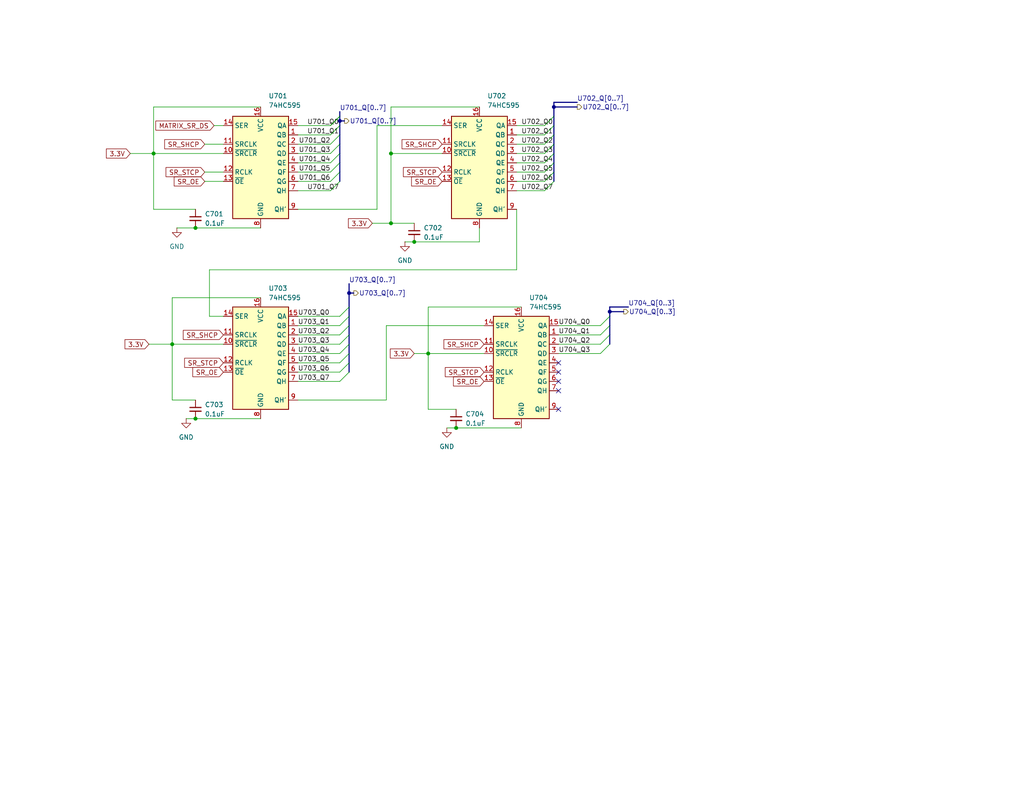
<source format=kicad_sch>
(kicad_sch (version 20250114) (generator "eeschema") (generator_version "9.0")
  (paper "USLetter")
  (title_block (title "ESP332 Guitar Patch Bay") (date "2025-05-27") (rev "1"))
  (lib_symbols
    (symbol "74xx:74HC595"
      (property "Reference" "U" (at -7.62 13.97 0))
      (property "Value" "74HC595" (at -7.62 -16.51 0))
      (symbol "74HC595_1_0"
        (pin input line (at -10.16 10.16 0) (length 2.54) (name "SER") (number "14"))
        (pin input line (at -10.16 5.08 0) (length 2.54) (name "SRCLK") (number "11"))
        (pin input line (at -10.16 2.54 0) (length 2.54) (name "~{SRCLR}") (number "10"))
        (pin input line (at -10.16 -2.54 0) (length 2.54) (name "RCLK") (number "12"))
        (pin input line (at -10.16 -5.08 0) (length 2.54) (name "~{OE}") (number "13"))
        (pin power_in line (at 0 15.24 270) (length 2.54) (name "VCC") (number "16"))
        (pin power_in line (at 0 -17.78 90) (length 2.54) (name "GND") (number "8"))
        (pin tri_state line (at 10.16 10.16 180) (length 2.54) (name "QA") (number "15"))
        (pin tri_state line (at 10.16 7.62 180) (length 2.54) (name "QB") (number "1"))
        (pin tri_state line (at 10.16 5.08 180) (length 2.54) (name "QC") (number "2"))
        (pin tri_state line (at 10.16 2.54 180) (length 2.54) (name "QD") (number "3"))
        (pin tri_state line (at 10.16 0 180) (length 2.54) (name "QE") (number "4"))
        (pin tri_state line (at 10.16 -2.54 180) (length 2.54) (name "QF") (number "5"))
        (pin tri_state line (at 10.16 -5.08 180) (length 2.54) (name "QG") (number "6"))
        (pin tri_state line (at 10.16 -7.62 180) (length 2.54) (name "QH") (number "7"))
        (pin output line (at 10.16 -12.7 180) (length 2.54) (name "QH'") (number "9"))
      )
      (symbol "74HC595_1_1"
        (rectangle (start -7.62 12.7) (end 7.62 -15.24) (stroke (width 0.254)) (fill (type background)))
      )
    )
    (symbol "Device:C_Small" (pin_numbers (hide yes)) (pin_names (offset 0.254) (hide yes))
      (property "Reference" "C" (at 0.254 1.778 0))
      (property "Value" "C_Small" (at 0.254 -2.032 0))
      (symbol "C_Small_0_1"
        (polyline (pts (xy -1.524 0.508) (xy 1.524 0.508)) (stroke (width 0.3048)))
        (polyline (pts (xy -1.524 -0.508) (xy 1.524 -0.508)) (stroke (width 0.3302)))
      )
      (symbol "C_Small_1_1"
        (pin passive line (at 0 2.54 270) (length 2.032) (name "~") (number "1"))
        (pin passive line (at 0 -2.54 90) (length 2.032) (name "~") (number "2"))
      )
    )
    (symbol "GND_1" (power) (pin_numbers (hide yes)) (pin_names (offset 0) (hide yes))
      (property "Value" "GND" (at 0 -3.81 0))
      (symbol "GND_1_0_1"
        (polyline (pts (xy 0 0) (xy 0 -1.27) (xy 1.27 -1.27) (xy 0 -2.54) (xy -1.27 -1.27) (xy 0 -1.27)))
      )
      (symbol "GND_1_1_1"
        (pin power_in line (at 0 0 270) (length 0) (name "~") (number "1"))
      )
    )
  )
  (junction (at 151.13 29.21))
  (junction (at 92.71 33.02))
  (junction (at 53.34 114.3))
  (junction (at 124.46 116.84))
  (junction (at 166.37 85.09))
  (junction (at 113.03 66.04))
  (junction (at 41.91 41.91))
  (junction (at 106.68 41.91))
  (junction (at 106.68 60.96))
  (junction (at 95.25 80.01))
  (junction (at 116.84 96.52))
  (junction (at 46.99 93.98))
  (junction (at 53.34 62.23))
  (no_connect (at 152.4 106.68))
  (no_connect (at 152.4 99.06))
  (no_connect (at 152.4 104.14))
  (no_connect (at 152.4 101.6))
  (no_connect (at 152.4 111.76))
  (bus_entry (at 90.17 46.99) (size 2.54 -2.54))
  (bus_entry (at 90.17 49.53) (size 2.54 -2.54))
  (bus_entry (at 151.13 34.29) (size -2.54 2.54))
  (bus_entry (at 95.25 99.06) (size -2.54 2.54))
  (bus_entry (at 90.17 34.29) (size 2.54 -2.54))
  (bus_entry (at 92.71 49.53) (size -2.54 2.54))
  (bus_entry (at 90.17 44.45) (size 2.54 -2.54))
  (bus_entry (at 151.13 49.53) (size -2.54 2.54))
  (bus_entry (at 95.25 91.44) (size -2.54 2.54))
  (bus_entry (at 166.37 88.9) (size -2.54 2.54))
  (bus_entry (at 151.13 46.99) (size -2.54 2.54))
  (bus_entry (at 151.13 31.75) (size -2.54 2.54))
  (bus_entry (at 166.37 91.44) (size -2.54 2.54))
  (bus_entry (at 95.25 83.82) (size -2.54 2.54))
  (bus_entry (at 95.25 86.36) (size -2.54 2.54))
  (bus_entry (at 92.71 34.29) (size -2.54 2.54))
  (bus_entry (at 151.13 41.91) (size -2.54 2.54))
  (bus_entry (at 95.25 88.9) (size -2.54 2.54))
  (bus_entry (at 151.13 39.37) (size -2.54 2.54))
  (bus_entry (at 95.25 101.6) (size -2.54 2.54))
  (bus_entry (at 166.37 93.98) (size -2.54 2.54))
  (bus_entry (at 92.71 31.75) (size -2.54 2.54))
  (bus_entry (at 151.13 44.45) (size -2.54 2.54))
  (bus_entry (at 95.25 93.98) (size -2.54 2.54))
  (bus_entry (at 151.13 36.83) (size -2.54 2.54))
  (bus_entry (at 90.17 39.37) (size 2.54 -2.54))
  (bus_entry (at 166.37 86.36) (size -2.54 2.54))
  (bus_entry (at 95.25 96.52) (size -2.54 2.54))
  (bus_entry (at 90.17 41.91) (size 2.54 -2.54))
  (wire (pts (xy 41.91 41.91) (xy 41.91 57.15)))
  (wire (pts (xy 81.28 49.53) (xy 90.17 49.53)))
  (wire (pts (xy 81.28 57.15) (xy 102.87 57.15)))
  (wire (pts (xy 46.99 93.98) (xy 46.99 109.22)))
  (bus (pts (xy 95.25 83.82) (xy 95.25 80.01)))
  (wire (pts (xy 105.41 88.9) (xy 132.08 88.9)))
  (wire (pts (xy 152.4 88.9) (xy 163.83 88.9)))
  (bus (pts (xy 92.71 33.02) (xy 92.71 34.29)))
  (wire (pts (xy 81.28 99.06) (xy 92.71 99.06)))
  (bus (pts (xy 92.71 46.99) (xy 92.71 49.53)))
  (wire (pts (xy 106.68 41.91) (xy 120.65 41.91)))
  (wire (pts (xy 81.28 36.83) (xy 90.17 36.83)))
  (wire (pts (xy 140.97 34.29) (xy 148.59 34.29)))
  (bus (pts (xy 92.71 41.91) (xy 92.71 44.45)))
  (wire (pts (xy 81.28 88.9) (xy 92.71 88.9)))
  (wire (pts (xy 81.28 109.22) (xy 105.41 109.22)))
  (wire (pts (xy 121.92 116.84) (xy 124.46 116.84)))
  (bus (pts (xy 166.37 85.09) (xy 166.37 83.82)))
  (wire (pts (xy 81.28 44.45) (xy 90.17 44.45)))
  (wire (pts (xy 106.68 41.91) (xy 106.68 29.21)))
  (wire (pts (xy 152.4 93.98) (xy 163.83 93.98)))
  (wire (pts (xy 113.03 96.52) (xy 116.84 96.52)))
  (wire (pts (xy 81.28 34.29) (xy 90.17 34.29)))
  (wire (pts (xy 57.15 86.36) (xy 60.96 86.36)))
  (bus (pts (xy 166.37 85.09) (xy 170.18 85.09)))
  (wire (pts (xy 50.8 114.3) (xy 53.34 114.3)))
  (wire (pts (xy 105.41 109.22) (xy 105.41 88.9)))
  (wire (pts (xy 81.28 41.91) (xy 90.17 41.91)))
  (bus (pts (xy 95.25 80.01) (xy 96.52 80.01)))
  (wire (pts (xy 81.28 104.14) (xy 92.71 104.14)))
  (wire (pts (xy 81.28 52.07) (xy 90.17 52.07)))
  (bus (pts (xy 151.13 39.37) (xy 151.13 36.83)))
  (bus (pts (xy 92.71 44.45) (xy 92.71 46.99)))
  (bus (pts (xy 95.25 80.01) (xy 95.25 77.47)))
  (bus (pts (xy 92.71 34.29) (xy 92.71 36.83)))
  (bus (pts (xy 95.25 96.52) (xy 95.25 93.98)))
  (wire (pts (xy 57.15 73.66) (xy 57.15 86.36)))
  (wire (pts (xy 140.97 46.99) (xy 148.59 46.99)))
  (bus (pts (xy 151.13 46.99) (xy 151.13 44.45)))
  (bus (pts (xy 92.71 39.37) (xy 92.71 41.91)))
  (wire (pts (xy 113.03 60.96) (xy 106.68 60.96)))
  (wire (pts (xy 116.84 96.52) (xy 132.08 96.52)))
  (wire (pts (xy 152.4 91.44) (xy 163.83 91.44)))
  (bus (pts (xy 166.37 91.44) (xy 166.37 93.98)))
  (wire (pts (xy 53.34 109.22) (xy 46.99 109.22)))
  (wire (pts (xy 106.68 41.91) (xy 106.68 60.96)))
  (wire (pts (xy 81.28 46.99) (xy 90.17 46.99)))
  (wire (pts (xy 81.28 86.36) (xy 92.71 86.36)))
  (bus (pts (xy 166.37 91.44) (xy 166.37 88.9)))
  (wire (pts (xy 140.97 49.53) (xy 148.59 49.53)))
  (wire (pts (xy 113.03 66.04) (xy 130.81 66.04)))
  (wire (pts (xy 40.64 93.98) (xy 46.99 93.98)))
  (bus (pts (xy 166.37 83.82) (xy 171.45 83.82)))
  (bus (pts (xy 151.13 29.21) (xy 151.13 27.94)))
  (wire (pts (xy 81.28 91.44) (xy 92.71 91.44)))
  (bus (pts (xy 92.71 36.83) (xy 92.71 39.37)))
  (bus (pts (xy 151.13 34.29) (xy 151.13 31.75)))
  (wire (pts (xy 60.96 39.37) (xy 55.88 39.37)))
  (bus (pts (xy 95.25 91.44) (xy 95.25 88.9)))
  (bus (pts (xy 151.13 44.45) (xy 151.13 41.91)))
  (bus (pts (xy 95.25 93.98) (xy 95.25 91.44)))
  (wire (pts (xy 130.81 62.23) (xy 130.81 66.04)))
  (wire (pts (xy 140.97 52.07) (xy 148.59 52.07)))
  (wire (pts (xy 106.68 60.96) (xy 101.6 60.96)))
  (wire (pts (xy 46.99 93.98) (xy 60.96 93.98)))
  (wire (pts (xy 53.34 62.23) (xy 71.12 62.23)))
  (bus (pts (xy 95.25 99.06) (xy 95.25 96.52)))
  (bus (pts (xy 95.25 88.9) (xy 95.25 86.36)))
  (wire (pts (xy 71.12 81.28) (xy 46.99 81.28)))
  (wire (pts (xy 55.88 49.53) (xy 60.96 49.53)))
  (wire (pts (xy 53.34 57.15) (xy 41.91 57.15)))
  (wire (pts (xy 110.49 66.04) (xy 113.03 66.04)))
  (wire (pts (xy 81.28 96.52) (xy 92.71 96.52)))
  (bus (pts (xy 93.98 33.02) (xy 92.71 33.02)))
  (wire (pts (xy 35.56 41.91) (xy 41.91 41.91)))
  (wire (pts (xy 142.24 83.82) (xy 116.84 83.82)))
  (wire (pts (xy 140.97 73.66) (xy 140.97 57.15)))
  (bus (pts (xy 92.71 31.75) (xy 92.71 33.02)))
  (bus (pts (xy 151.13 29.21) (xy 157.48 29.21)))
  (wire (pts (xy 48.26 62.23) (xy 53.34 62.23)))
  (bus (pts (xy 95.25 101.6) (xy 95.25 99.06)))
  (bus (pts (xy 151.13 36.83) (xy 151.13 34.29)))
  (wire (pts (xy 124.46 116.84) (xy 142.24 116.84)))
  (wire (pts (xy 140.97 39.37) (xy 148.59 39.37)))
  (wire (pts (xy 53.34 114.3) (xy 71.12 114.3)))
  (bus (pts (xy 151.13 31.75) (xy 151.13 29.21)))
  (bus (pts (xy 151.13 49.53) (xy 151.13 46.99)))
  (wire (pts (xy 81.28 101.6) (xy 92.71 101.6)))
  (wire (pts (xy 55.88 46.99) (xy 60.96 46.99)))
  (wire (pts (xy 140.97 36.83) (xy 148.59 36.83)))
  (bus (pts (xy 95.25 86.36) (xy 95.25 83.82)))
  (wire (pts (xy 41.91 41.91) (xy 60.96 41.91)))
  (bus (pts (xy 157.48 27.94) (xy 151.13 27.94)))
  (wire (pts (xy 116.84 83.82) (xy 116.84 96.52)))
  (wire (pts (xy 81.28 39.37) (xy 90.17 39.37)))
  (bus (pts (xy 166.37 88.9) (xy 166.37 86.36)))
  (wire (pts (xy 71.12 29.21) (xy 41.91 29.21)))
  (wire (pts (xy 140.97 41.91) (xy 148.59 41.91)))
  (wire (pts (xy 41.91 29.21) (xy 41.91 41.91)))
  (wire (pts (xy 102.87 34.29) (xy 120.65 34.29)))
  (wire (pts (xy 57.15 73.66) (xy 140.97 73.66)))
  (wire (pts (xy 140.97 44.45) (xy 148.59 44.45)))
  (wire (pts (xy 46.99 81.28) (xy 46.99 93.98)))
  (wire (pts (xy 106.68 29.21) (xy 130.81 29.21)))
  (wire (pts (xy 124.46 111.76) (xy 116.84 111.76)))
  (bus (pts (xy 166.37 86.36) (xy 166.37 85.09)))
  (wire (pts (xy 102.87 34.29) (xy 102.87 57.15)))
  (wire (pts (xy 58.42 34.29) (xy 60.96 34.29)))
  (wire (pts (xy 152.4 96.52) (xy 163.83 96.52)))
  (wire (pts (xy 81.28 93.98) (xy 92.71 93.98)))
  (bus (pts (xy 92.71 30.48) (xy 92.71 31.75)))
  (wire (pts (xy 116.84 96.52) (xy 116.84 111.76)))
  (bus (pts (xy 151.13 41.91) (xy 151.13 39.37)))
  (label "U701_Q1" (at 83.82 36.83 0))
  (label "U704_Q0" (at 152.4 88.9 0))
  (label "U702_Q4" (at 142.24 44.45 0))
  (label "U701_Q0" (at 83.82 34.29 0))
  (label "U703_Q5" (at 81.28 99.06 0))
  (label "U701_Q4" (at 90.17 44.45 180))
  (label "U704_Q2" (at 152.4 93.98 0))
  (label "U702_Q0" (at 142.24 34.29 0))
  (label "U704_Q1" (at 152.4 91.44 0))
  (label "U702_Q[0..7]" (at 157.48 27.94 0))
  (label "U702_Q2" (at 142.24 39.37 0))
  (label "U703_Q3" (at 81.28 93.98 0))
  (label "U703_Q7" (at 81.28 104.14 0))
  (label "U701_Q5" (at 90.17 46.99 180))
  (label "U702_Q1" (at 142.24 36.83 0))
  (label "U701_Q7" (at 83.82 52.07 0))
  (label "U703_Q6" (at 81.28 101.6 0))
  (label "U704_Q3" (at 152.4 96.52 0))
  (label "U702_Q3" (at 142.24 41.91 0))
  (label "U701_Q6" (at 90.17 49.53 180))
  (label "U701_Q2" (at 90.17 39.37 180))
  (label "U703_Q4" (at 81.28 96.52 0))
  (label "U702_Q5" (at 142.24 46.99 0))
  (label "U703_Q0" (at 81.28 86.36 0))
  (label "U701_Q3" (at 90.17 41.91 180))
  (label "U702_Q7" (at 142.24 52.07 0))
  (label "U703_Q[0..7]" (at 95.25 77.47 0))
  (label "U704_Q[0..3]" (at 171.45 83.82 0))
  (label "U702_Q6" (at 142.24 49.53 0))
  (label "U701_Q[0..7]" (at 92.71 30.48 0))
  (label "U703_Q1" (at 81.28 88.9 0))
  (label "U703_Q2" (at 81.28 91.44 0))
  (global_label "SR_STCP" (shape input) (at 55.88 46.99 180) (property "Intersheetrefs" "${INTERSHEET_REFS}" (effects (hide yes))))
  (global_label "SR_SHCP" (shape input) (at 55.88 39.37 180) (property "Intersheetrefs" "${INTERSHEET_REFS}" (effects (hide yes))))
  (global_label "SR_SHCP" (shape input) (at 132.08 93.98 180) (property "Intersheetrefs" "${INTERSHEET_REFS}" (effects (hide yes))))
  (global_label "SR_OE" (shape input) (at 120.65 49.53 180) (property "Intersheetrefs" "${INTERSHEET_REFS}" (effects (hide yes))))
  (global_label "SR_STCP" (shape input) (at 132.08 101.6 180) (property "Intersheetrefs" "${INTERSHEET_REFS}" (effects (hide yes))))
  (global_label "SR_STCP" (shape input) (at 60.96 99.06 180) (property "Intersheetrefs" "${INTERSHEET_REFS}" (effects (hide yes))))
  (global_label "SR_OE" (shape input) (at 60.96 101.6 180) (property "Intersheetrefs" "${INTERSHEET_REFS}" (effects (hide yes))))
  (global_label "SR_OE" (shape input) (at 132.08 104.14 180) (property "Intersheetrefs" "${INTERSHEET_REFS}" (effects (hide yes))))
  (global_label "SR_STCP" (shape input) (at 120.65 46.99 180) (property "Intersheetrefs" "${INTERSHEET_REFS}" (effects (hide yes))))
  (global_label "SR_SHCP" (shape input) (at 60.96 91.44 180) (property "Intersheetrefs" "${INTERSHEET_REFS}" (effects (hide yes))))
  (global_label "3.3V" (shape input) (at 101.6 60.96 180) (property "Intersheetrefs" "${INTERSHEET_REFS}" (effects (hide yes))))
  (global_label "3.3V" (shape input) (at 113.03 96.52 180) (property "Intersheetrefs" "${INTERSHEET_REFS}" (effects (hide yes))))
  (global_label "SR_SHCP" (shape input) (at 120.65 39.37 180) (property "Intersheetrefs" "${INTERSHEET_REFS}" (effects (hide yes))))
  (global_label "3.3V" (shape input) (at 40.64 93.98 180) (property "Intersheetrefs" "${INTERSHEET_REFS}" (effects (hide yes))))
  (global_label "3.3V" (shape input) (at 35.56 41.91 180) (property "Intersheetrefs" "${INTERSHEET_REFS}" (effects (hide yes))))
  (global_label "MATRIX_SR_DS" (shape input) (at 58.42 34.29 180) (property "Intersheetrefs" "${INTERSHEET_REFS}" (effects (hide yes))))
  (global_label "SR_OE" (shape input) (at 55.88 49.53 180) (property "Intersheetrefs" "${INTERSHEET_REFS}" (effects (hide yes))))
  (hierarchical_label "U701_Q[0..7]" (shape output) (at 93.98 33.02 0))
  (hierarchical_label "U704_Q[0..3]" (shape output) (at 170.18 85.09 0))
  (hierarchical_label "U702_Q[0..7]" (shape output) (at 157.48 29.21 0))
  (hierarchical_label "U703_Q[0..7]" (shape output) (at 96.52 80.01 0))
  (symbol (lib_id "Device:C_Small") (at 124.46 114.3 0) (unit 1)
    (property "Reference" "C704" (at 127 113.0362 0) (effects (justify left)))
    (property "Value" "0.1uF" (at 127 115.5762 0) (effects (justify left)))
    (property "Footprint" "Capacitor_THT:C_Disc_D5.0mm_W2.5mm_P2.50mm" (effects (hide yes)))
    (property "Description" "Unpolarized capacitor, small symbol" (effects (hide yes)))
  )
  (symbol (lib_id "74xx:74HC595") (at 71.12 96.52 0) (unit 1)
    (property "Reference" "U703" (at 73.2633 78.74 0) (effects (justify left)))
    (property "Value" "74HC595" (at 73.2633 81.28 0) (effects (justify left)))
    (property "Footprint" "Package_DIP:DIP-16_W7.62mm" (effects (hide yes)))
    (property "Datasheet" "http://www.ti.com/lit/ds/symlink/sn74hc595.pdf" (effects (hide yes)))
    (property "Description" "8-bit serial in/out Shift Register 3-State Outputs" (effects (hide yes)))
  )
  (symbol (lib_id "Device:C_Small") (at 53.34 111.76 0) (unit 1)
    (property "Reference" "C703" (at 55.88 110.4962 0) (effects (justify left)))
    (property "Value" "0.1uF" (at 55.88 113.0362 0) (effects (justify left)))
    (property "Footprint" "Capacitor_THT:C_Disc_D5.0mm_W2.5mm_P2.50mm" (effects (hide yes)))
    (property "Description" "Unpolarized capacitor, small symbol" (effects (hide yes)))
  )
  (symbol (lib_name "GND_1") (lib_id "power:GND") (at 121.92 116.84 0) (unit 1)
    (property "Reference" "#PWR0704" (effects (hide yes)))
    (property "Value" "GND" (at 121.92 121.92 0))
    (property "Description" "Power symbol creates a global label with name \"GND\" , ground" (effects (hide yes)))
  )
  (symbol (lib_id "74xx:74HC595") (at 71.12 44.45 0) (unit 1)
    (property "Reference" "U701" (at 73.2633 26.2 0) (effects (justify left)))
    (property "Value" "74HC595" (at 73.2633 28.74 0) (effects (justify left)))
    (property "Footprint" "Package_DIP:DIP-16_W7.62mm" (effects (hide yes)))
    (property "Datasheet" "http://www.ti.com/lit/ds/symlink/sn74hc595.pdf" (effects (hide yes)))
    (property "Description" "8-bit serial in/out Shift Register 3-State Outputs" (effects (hide yes)))
  )
  (symbol (lib_name "GND_1") (lib_id "power:GND") (at 50.8 114.3 0) (unit 1)
    (property "Reference" "#PWR0703" (effects (hide yes)))
    (property "Value" "GND" (at 50.8 119.38 0))
    (property "Description" "Power symbol creates a global label with name \"GND\" , ground" (effects (hide yes)))
  )
  (symbol (lib_id "74xx:74HC595") (at 142.24 99.06 0) (unit 1)
    (property "Reference" "U704" (at 144.3833 81.28 0) (effects (justify left)))
    (property "Value" "74HC595" (at 144.3833 83.82 0) (effects (justify left)))
    (property "Footprint" "Package_DIP:DIP-16_W7.62mm" (effects (hide yes)))
    (property "Datasheet" "http://www.ti.com/lit/ds/symlink/sn74hc595.pdf" (effects (hide yes)))
    (property "Description" "8-bit serial in/out Shift Register 3-State Outputs" (effects (hide yes)))
  )
  (symbol (lib_id "Device:C_Small") (at 53.34 59.69 0) (unit 1)
    (property "Reference" "C701" (at 55.88 58.4262 0) (effects (justify left)))
    (property "Value" "0.1uF" (at 55.88 60.9662 0) (effects (justify left)))
    (property "Footprint" "Capacitor_THT:C_Disc_D5.0mm_W2.5mm_P2.50mm" (effects (hide yes)))
    (property "Description" "Unpolarized capacitor, small symbol" (effects (hide yes)))
  )
  (symbol (lib_id "74xx:74HC595") (at 130.81 44.45 0) (unit 1)
    (property "Reference" "U702" (at 132.9533 26.2 0) (effects (justify left)))
    (property "Value" "74HC595" (at 132.9533 28.74 0) (effects (justify left)))
    (property "Footprint" "Package_DIP:DIP-16_W7.62mm" (effects (hide yes)))
    (property "Datasheet" "http://www.ti.com/lit/ds/symlink/sn74hc595.pdf" (effects (hide yes)))
    (property "Description" "8-bit serial in/out Shift Register 3-State Outputs" (effects (hide yes)))
  )
  (symbol (lib_name "GND_1") (lib_id "power:GND") (at 48.26 62.23 0) (unit 1)
    (property "Reference" "#PWR0701" (effects (hide yes)))
    (property "Value" "GND" (at 48.26 67.31 0))
    (property "Description" "Power symbol creates a global label with name \"GND\" , ground" (effects (hide yes)))
  )
  (symbol (lib_name "GND_1") (lib_id "power:GND") (at 110.49 66.04 0) (unit 1)
    (property "Reference" "#PWR0702" (effects (hide yes)))
    (property "Value" "GND" (at 110.49 71.12 0))
    (property "Description" "Power symbol creates a global label with name \"GND\" , ground" (effects (hide yes)))
  )
  (symbol (lib_id "Device:C_Small") (at 113.03 63.5 0) (unit 1)
    (property "Reference" "C702" (at 115.57 62.2362 0) (effects (justify left)))
    (property "Value" "0.1uF" (at 115.57 64.7762 0) (effects (justify left)))
    (property "Footprint" "Capacitor_THT:C_Disc_D5.0mm_W2.5mm_P2.50mm" (effects (hide yes)))
    (property "Description" "Unpolarized capacitor, small symbol" (effects (hide yes)))
  )
)
</source>
